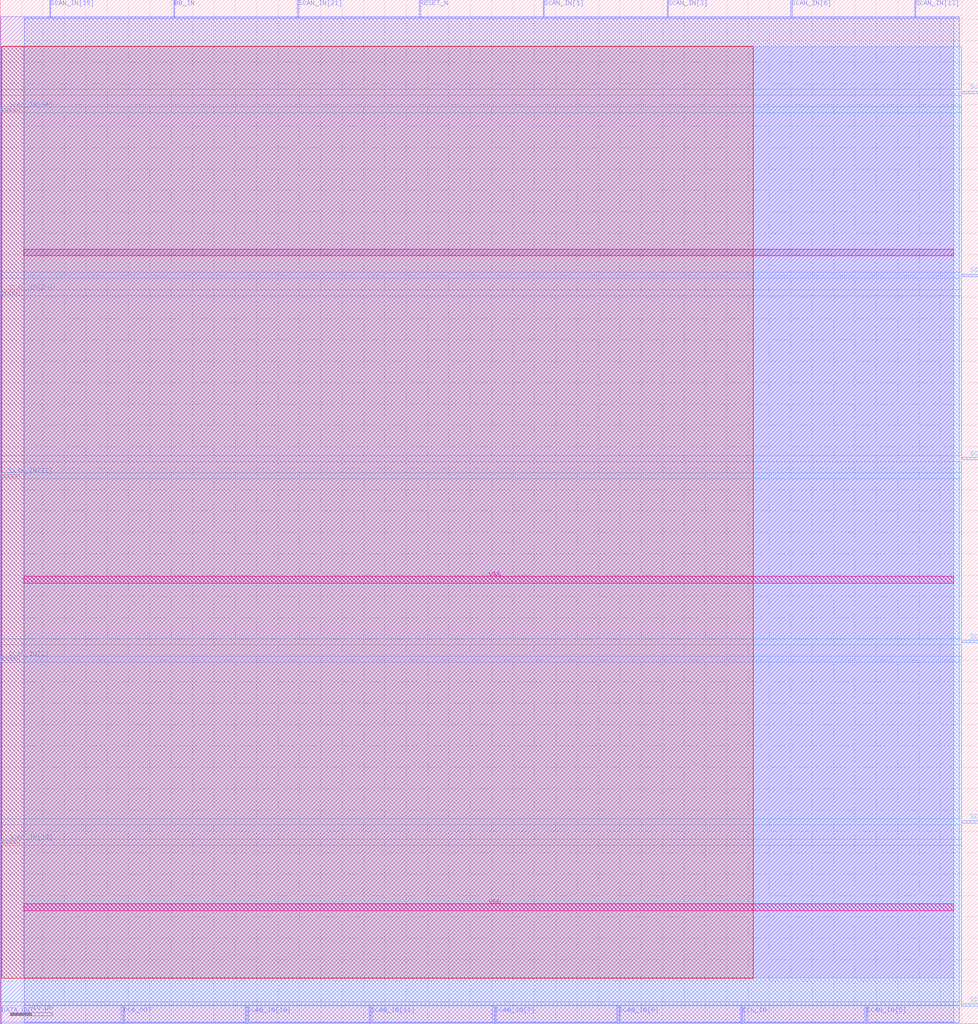
<source format=lef>
VERSION 5.7 ;
  NAMESCASESENSITIVE ON ;
  NOWIREEXTENSIONATPIN ON ;
  DIVIDERCHAR "/" ;
  BUSBITCHARS "[]" ;
UNITS
  DATABASE MICRONS 200 ;
END UNITS

MACRO CLK_RECOVERY
  CLASS BLOCK ;
  FOREIGN CLK_RECOVERY ;
  ORIGIN 0.000 0.000 ;
  SIZE 228.850 BY 239.570 ;
  PIN BB_IN
    DIRECTION INPUT ;
    PORT
      LAYER met2 ;
        RECT 40.570 235.570 40.850 239.570 ;
    END
  END BB_IN
  PIN CLK_IN
    DIRECTION INPUT ;
    PORT
      LAYER met2 ;
        RECT 173.510 0.000 173.790 4.000 ;
    END
  END CLK_IN
  PIN CLK_OUT
    DIRECTION OUTPUT TRISTATE ;
    PORT
      LAYER met2 ;
        RECT 28.610 0.000 28.890 4.000 ;
    END
  END CLK_OUT
  PIN DATA_OUT
    DIRECTION OUTPUT TRISTATE ;
    PORT
      LAYER met2 ;
        RECT 0.090 0.000 0.370 4.000 ;
    END
  END DATA_OUT
  PIN RESET_N
    DIRECTION INPUT ;
    PORT
      LAYER met2 ;
        RECT 98.070 235.570 98.350 239.570 ;
    END
  END RESET_N
  PIN SCAN_IN[0]
    DIRECTION INPUT ;
    PORT
      LAYER met3 ;
        RECT 224.850 46.960 228.850 47.560 ;
    END
  END SCAN_IN[0]
  PIN SCAN_IN[10]
    DIRECTION INPUT ;
    PORT
      LAYER met3 ;
        RECT 224.850 131.960 228.850 132.560 ;
    END
  END SCAN_IN[10]
  PIN SCAN_IN[11]
    DIRECTION INPUT ;
    PORT
      LAYER met2 ;
        RECT 86.570 0.000 86.850 4.000 ;
    END
  END SCAN_IN[11]
  PIN SCAN_IN[12]
    DIRECTION INPUT ;
    PORT
      LAYER met3 ;
        RECT 0.000 127.880 4.000 128.480 ;
    END
  END SCAN_IN[12]
  PIN SCAN_IN[13]
    DIRECTION INPUT ;
    PORT
      LAYER met2 ;
        RECT 213.990 235.570 214.270 239.570 ;
    END
  END SCAN_IN[13]
  PIN SCAN_IN[14]
    DIRECTION INPUT ;
    PORT
      LAYER met3 ;
        RECT 0.000 213.560 4.000 214.160 ;
    END
  END SCAN_IN[14]
  PIN SCAN_IN[15]
    DIRECTION INPUT ;
    PORT
      LAYER met2 ;
        RECT 11.590 235.570 11.870 239.570 ;
    END
  END SCAN_IN[15]
  PIN SCAN_IN[16]
    DIRECTION INPUT ;
    PORT
      LAYER met3 ;
        RECT 224.850 174.800 228.850 175.400 ;
    END
  END SCAN_IN[16]
  PIN SCAN_IN[17]
    DIRECTION INPUT ;
    PORT
      LAYER met3 ;
        RECT 224.850 89.120 228.850 89.720 ;
    END
  END SCAN_IN[17]
  PIN SCAN_IN[18]
    DIRECTION INPUT ;
    PORT
      LAYER met3 ;
        RECT 0.000 42.200 4.000 42.800 ;
    END
  END SCAN_IN[18]
  PIN SCAN_IN[19]
    DIRECTION INPUT ;
    PORT
      LAYER met2 ;
        RECT 57.590 0.000 57.870 4.000 ;
    END
  END SCAN_IN[19]
  PIN SCAN_IN[1]
    DIRECTION INPUT ;
    PORT
      LAYER met2 ;
        RECT 127.050 235.570 127.330 239.570 ;
    END
  END SCAN_IN[1]
  PIN SCAN_IN[20]
    DIRECTION INPUT ;
    PORT
      LAYER met3 ;
        RECT 0.000 170.720 4.000 171.320 ;
    END
  END SCAN_IN[20]
  PIN SCAN_IN[21]
    DIRECTION INPUT ;
    PORT
      LAYER met2 ;
        RECT 69.550 235.570 69.830 239.570 ;
    END
  END SCAN_IN[21]
  PIN SCAN_IN[2]
    DIRECTION INPUT ;
    PORT
      LAYER met3 ;
        RECT 0.000 85.040 4.000 85.640 ;
    END
  END SCAN_IN[2]
  PIN SCAN_IN[3]
    DIRECTION INPUT ;
    PORT
      LAYER met2 ;
        RECT 156.030 235.570 156.310 239.570 ;
    END
  END SCAN_IN[3]
  PIN SCAN_IN[4]
    DIRECTION INPUT ;
    PORT
      LAYER met3 ;
        RECT 224.850 4.120 228.850 4.720 ;
    END
  END SCAN_IN[4]
  PIN SCAN_IN[5]
    DIRECTION INPUT ;
    PORT
      LAYER met2 ;
        RECT 202.490 0.000 202.770 4.000 ;
    END
  END SCAN_IN[5]
  PIN SCAN_IN[6]
    DIRECTION INPUT ;
    PORT
      LAYER met2 ;
        RECT 185.010 235.570 185.290 239.570 ;
    END
  END SCAN_IN[6]
  PIN SCAN_IN[7]
    DIRECTION INPUT ;
    PORT
      LAYER met2 ;
        RECT 115.550 0.000 115.830 4.000 ;
    END
  END SCAN_IN[7]
  PIN SCAN_IN[8]
    DIRECTION INPUT ;
    PORT
      LAYER met2 ;
        RECT 144.530 0.000 144.810 4.000 ;
    END
  END SCAN_IN[8]
  PIN SCAN_IN[9]
    DIRECTION INPUT ;
    PORT
      LAYER met3 ;
        RECT 224.850 217.640 228.850 218.240 ;
    END
  END SCAN_IN[9]
  PIN VDD
    DIRECTION INPUT ;
    PORT
      LAYER met5 ;
        RECT 5.520 26.490 223.100 28.090 ;
    END
  END VDD
  PIN VSS
    DIRECTION INPUT ;
    PORT
      LAYER met5 ;
        RECT 5.520 103.080 223.100 104.680 ;
    END
  END VSS
  OBS
      LAYER li1 ;
        RECT 5.520 10.795 223.100 228.565 ;
      LAYER met1 ;
        RECT 0.070 0.380 223.100 235.580 ;
      LAYER met2 ;
        RECT 5.610 235.290 11.310 235.690 ;
        RECT 12.150 235.290 40.290 235.690 ;
        RECT 41.130 235.290 69.270 235.690 ;
        RECT 70.110 235.290 97.790 235.690 ;
        RECT 98.630 235.290 126.770 235.690 ;
        RECT 127.610 235.290 155.750 235.690 ;
        RECT 156.590 235.290 184.730 235.690 ;
        RECT 185.570 235.290 213.710 235.690 ;
        RECT 214.550 235.290 224.390 235.690 ;
        RECT 5.610 4.280 224.390 235.290 ;
        RECT 5.610 0.270 28.330 4.280 ;
        RECT 29.170 0.270 57.310 4.280 ;
        RECT 58.150 0.270 86.290 4.280 ;
        RECT 87.130 0.270 115.270 4.280 ;
        RECT 116.110 0.270 144.250 4.280 ;
        RECT 145.090 0.270 173.230 4.280 ;
        RECT 174.070 0.270 202.210 4.280 ;
        RECT 203.050 0.270 224.390 4.280 ;
      LAYER met3 ;
        RECT 0.270 218.640 224.850 228.645 ;
        RECT 0.270 217.240 224.450 218.640 ;
        RECT 0.270 214.560 224.850 217.240 ;
        RECT 4.400 213.160 224.850 214.560 ;
        RECT 0.270 175.800 224.850 213.160 ;
        RECT 0.270 174.400 224.450 175.800 ;
        RECT 0.270 171.720 224.850 174.400 ;
        RECT 4.400 170.320 224.850 171.720 ;
        RECT 0.270 132.960 224.850 170.320 ;
        RECT 0.270 131.560 224.450 132.960 ;
        RECT 0.270 128.880 224.850 131.560 ;
        RECT 4.400 127.480 224.850 128.880 ;
        RECT 0.270 90.120 224.850 127.480 ;
        RECT 0.270 88.720 224.450 90.120 ;
        RECT 0.270 86.040 224.850 88.720 ;
        RECT 4.400 84.640 224.850 86.040 ;
        RECT 0.270 47.960 224.850 84.640 ;
        RECT 0.270 46.560 224.450 47.960 ;
        RECT 0.270 43.200 224.850 46.560 ;
        RECT 4.400 41.800 224.850 43.200 ;
        RECT 0.270 5.120 224.850 41.800 ;
        RECT 0.270 4.255 224.450 5.120 ;
      LAYER met4 ;
        RECT 0.295 10.640 176.240 228.720 ;
      LAYER met5 ;
        RECT 5.520 179.670 223.100 181.270 ;
  END
END CLK_RECOVERY
END LIBRARY


</source>
